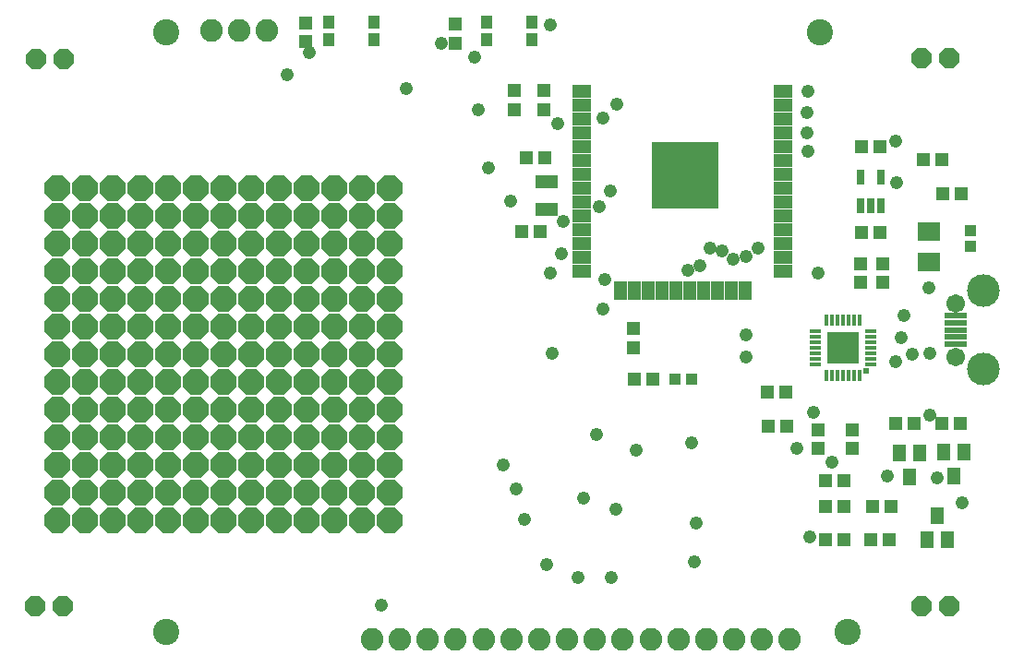
<source format=gts>
G75*
G70*
%OFA0B0*%
%FSLAX24Y24*%
%IPPOS*%
%LPD*%
%AMOC8*
5,1,8,0,0,1.08239X$1,22.5*
%
%ADD10C,0.0946*%
%ADD11R,0.0671X0.0474*%
%ADD12R,0.0474X0.0671*%
%ADD13R,0.2442X0.2442*%
%ADD14R,0.0413X0.0157*%
%ADD15R,0.0197X0.0197*%
%ADD16R,0.1181X0.1181*%
%ADD17R,0.0157X0.0413*%
%ADD18R,0.0297X0.0552*%
%ADD19R,0.0474X0.0513*%
%ADD20R,0.0513X0.0474*%
%ADD21R,0.0789X0.0474*%
%ADD22R,0.0395X0.0395*%
%ADD23R,0.0434X0.0474*%
%ADD24R,0.0789X0.0710*%
%ADD25R,0.0474X0.0631*%
%ADD26OC8,0.0740*%
%ADD27C,0.0820*%
%ADD28OC8,0.0930*%
%ADD29C,0.1182*%
%ADD30C,0.0671*%
%ADD31R,0.0789X0.0237*%
%ADD32C,0.0476*%
D10*
X006056Y001183D03*
X030662Y001183D03*
X029678Y022837D03*
X006056Y022837D03*
D11*
X021058Y020705D03*
X021058Y020205D03*
X021058Y019705D03*
X021058Y019205D03*
X021058Y018705D03*
X021058Y018205D03*
X021058Y017705D03*
X021058Y017205D03*
X021058Y016705D03*
X021058Y016205D03*
X021058Y015705D03*
X021058Y015205D03*
X021058Y014705D03*
X021058Y014205D03*
X028342Y014205D03*
X028342Y014705D03*
X028342Y015205D03*
X028342Y015705D03*
X028342Y016205D03*
X028342Y016705D03*
X028342Y017205D03*
X028342Y017705D03*
X028342Y018205D03*
X028342Y018705D03*
X028342Y019205D03*
X028342Y019705D03*
X028342Y020205D03*
X028342Y020705D03*
D12*
X026956Y013520D03*
X026456Y013520D03*
X025956Y013520D03*
X025456Y013520D03*
X024956Y013520D03*
X024456Y013520D03*
X023956Y013520D03*
X023456Y013520D03*
X022956Y013520D03*
X022456Y013520D03*
D13*
X024818Y017673D03*
D14*
X029506Y012039D03*
X029506Y011842D03*
X029506Y011646D03*
X029506Y011449D03*
X029506Y011252D03*
X029506Y011055D03*
X029506Y010858D03*
X031494Y010858D03*
X031494Y011055D03*
X031494Y011252D03*
X031494Y011449D03*
X031494Y011646D03*
X031494Y011842D03*
X031494Y012039D03*
D15*
X031328Y010621D03*
D16*
X030500Y011449D03*
D17*
X030500Y012443D03*
X030697Y012443D03*
X030894Y012443D03*
X031091Y012443D03*
X030303Y012443D03*
X030106Y012443D03*
X029909Y012443D03*
X029909Y010455D03*
X030106Y010455D03*
X030303Y010455D03*
X030500Y010455D03*
X030697Y010455D03*
X030894Y010455D03*
X031091Y010455D03*
D18*
X031126Y016587D03*
X031500Y016587D03*
X031874Y016587D03*
X031874Y017611D03*
X031126Y017611D03*
D19*
X033415Y018249D03*
X034085Y018249D03*
X034115Y016999D03*
X034785Y016999D03*
X031950Y014483D03*
X031950Y013814D03*
X031150Y013814D03*
X031150Y014483D03*
X028435Y009849D03*
X027765Y009849D03*
X027815Y008599D03*
X028485Y008599D03*
X029865Y006649D03*
X030535Y006649D03*
X030535Y005699D03*
X029865Y005699D03*
X031565Y005699D03*
X032235Y005699D03*
X032185Y004499D03*
X031515Y004499D03*
X030535Y004499D03*
X029865Y004499D03*
X032415Y008699D03*
X033085Y008699D03*
X034065Y008699D03*
X034735Y008699D03*
X023635Y010299D03*
X022965Y010299D03*
X019700Y020064D03*
X019700Y020733D03*
X018650Y020733D03*
X018650Y020064D03*
D20*
X019065Y018299D03*
X019735Y018299D03*
X019585Y015649D03*
X018915Y015649D03*
X022950Y012133D03*
X022950Y011464D03*
X029600Y008483D03*
X029600Y007814D03*
X030850Y007814D03*
X030850Y008483D03*
X031165Y015599D03*
X031835Y015599D03*
X031835Y018699D03*
X031165Y018699D03*
X016500Y022464D03*
X016500Y023133D03*
X011100Y023183D03*
X011100Y022514D03*
D21*
X019800Y017441D03*
X019800Y016457D03*
D22*
X024455Y010299D03*
X025045Y010299D03*
X035100Y015103D03*
X035100Y015694D03*
D23*
X019257Y022584D03*
X019257Y023214D03*
X017643Y023214D03*
X017643Y022584D03*
X013557Y022584D03*
X013557Y023214D03*
X011943Y023214D03*
X011943Y022584D03*
D24*
X033600Y015650D03*
X033600Y014548D03*
D25*
X034126Y007682D03*
X034874Y007682D03*
X034500Y006816D03*
X033274Y007632D03*
X032526Y007632D03*
X032900Y006766D03*
X033900Y005382D03*
X033526Y004516D03*
X034274Y004516D03*
D26*
X001353Y002099D03*
X002353Y002099D03*
X002356Y021896D03*
X001356Y021896D03*
X033341Y021899D03*
X034341Y021899D03*
X034341Y002099D03*
X033341Y002099D03*
D27*
X028581Y000930D03*
X027581Y000930D03*
X026581Y000930D03*
X025569Y000899D03*
X024569Y000899D03*
X023569Y000899D03*
X022552Y000927D03*
X021552Y000927D03*
X020552Y000927D03*
X019529Y000925D03*
X018529Y000925D03*
X017529Y000925D03*
X016500Y000899D03*
X015500Y000899D03*
X014500Y000899D03*
X013500Y000899D03*
X009703Y022899D03*
X008703Y022899D03*
X007703Y022899D03*
D28*
X008150Y017199D03*
X009150Y017199D03*
X010150Y017199D03*
X011150Y017199D03*
X012150Y017199D03*
X013150Y017199D03*
X014150Y017199D03*
X014150Y016199D03*
X013150Y016199D03*
X012150Y016199D03*
X011150Y016199D03*
X010150Y016199D03*
X009150Y016199D03*
X008150Y016199D03*
X007150Y016199D03*
X006150Y016199D03*
X005150Y016199D03*
X004150Y016199D03*
X003150Y016199D03*
X002150Y016199D03*
X002150Y017199D03*
X003150Y017199D03*
X004150Y017199D03*
X005150Y017199D03*
X006150Y017199D03*
X007150Y017199D03*
X007150Y015199D03*
X006150Y015199D03*
X005150Y015199D03*
X004150Y015199D03*
X003150Y015199D03*
X002150Y015199D03*
X002150Y014199D03*
X003150Y014199D03*
X004150Y014199D03*
X005150Y014199D03*
X006150Y014199D03*
X007150Y014199D03*
X008150Y014199D03*
X009150Y014199D03*
X010150Y014199D03*
X011150Y014199D03*
X012150Y014199D03*
X013150Y014199D03*
X014150Y014199D03*
X014150Y015199D03*
X013150Y015199D03*
X012150Y015199D03*
X011150Y015199D03*
X010150Y015199D03*
X009150Y015199D03*
X008150Y015199D03*
X008150Y013199D03*
X009150Y013199D03*
X010150Y013199D03*
X011150Y013199D03*
X012150Y013199D03*
X013150Y013199D03*
X014150Y013199D03*
X014150Y012199D03*
X013150Y012199D03*
X012150Y012199D03*
X011150Y012199D03*
X010150Y012199D03*
X009150Y012199D03*
X008150Y012199D03*
X007150Y012199D03*
X006150Y012199D03*
X005150Y012199D03*
X004150Y012199D03*
X003150Y012199D03*
X002150Y012199D03*
X002150Y011199D03*
X003150Y011199D03*
X004150Y011199D03*
X005150Y011199D03*
X006150Y011199D03*
X007150Y011199D03*
X008150Y011199D03*
X009150Y011199D03*
X010150Y011199D03*
X011150Y011199D03*
X012150Y011199D03*
X013150Y011199D03*
X014150Y011199D03*
X014150Y010199D03*
X013150Y010199D03*
X012150Y010199D03*
X011150Y010199D03*
X010150Y010199D03*
X009150Y010199D03*
X008150Y010199D03*
X007150Y010199D03*
X006150Y010199D03*
X005150Y010199D03*
X004150Y010199D03*
X003150Y010199D03*
X002150Y010199D03*
X002150Y009199D03*
X003150Y009199D03*
X004150Y009199D03*
X005150Y009199D03*
X006150Y009199D03*
X007150Y009199D03*
X008150Y009199D03*
X009150Y009199D03*
X010150Y009199D03*
X011150Y009199D03*
X012150Y009199D03*
X013150Y009199D03*
X014150Y009199D03*
X014150Y008199D03*
X013150Y008199D03*
X012150Y008199D03*
X011150Y008199D03*
X010150Y008199D03*
X009150Y008199D03*
X008150Y008199D03*
X007150Y008199D03*
X006150Y008199D03*
X005150Y008199D03*
X004150Y008199D03*
X003150Y008199D03*
X002150Y008199D03*
X002150Y007199D03*
X003150Y007199D03*
X004150Y007199D03*
X005150Y007199D03*
X006150Y007199D03*
X007150Y007199D03*
X008150Y007199D03*
X009150Y007199D03*
X010150Y007199D03*
X011150Y007199D03*
X012150Y007199D03*
X013150Y007199D03*
X014150Y007199D03*
X014150Y006199D03*
X013150Y006199D03*
X012150Y006199D03*
X011150Y006199D03*
X010150Y006199D03*
X009150Y006199D03*
X008150Y006199D03*
X007150Y006199D03*
X006150Y006199D03*
X005150Y006199D03*
X004150Y006199D03*
X003150Y006199D03*
X002150Y006199D03*
X002150Y005199D03*
X003150Y005199D03*
X004150Y005199D03*
X005150Y005199D03*
X006150Y005199D03*
X007150Y005199D03*
X008150Y005199D03*
X009150Y005199D03*
X010150Y005199D03*
X011150Y005199D03*
X012150Y005199D03*
X013150Y005199D03*
X014150Y005199D03*
X007150Y013199D03*
X006150Y013199D03*
X005150Y013199D03*
X004150Y013199D03*
X003150Y013199D03*
X002150Y013199D03*
D29*
X035583Y013510D03*
X035583Y010675D03*
D30*
X034559Y011128D03*
X034559Y013037D03*
D31*
X034559Y012604D03*
X034559Y012348D03*
X034559Y012092D03*
X034559Y011837D03*
X034559Y011581D03*
D32*
X033650Y011249D03*
X033000Y011199D03*
X032400Y010949D03*
X032600Y011799D03*
X032700Y012599D03*
X033600Y013599D03*
X029600Y014149D03*
X027450Y015049D03*
X027000Y014749D03*
X026550Y014649D03*
X026150Y014949D03*
X025700Y015049D03*
X025350Y014399D03*
X024900Y014249D03*
X021900Y013899D03*
X021850Y012849D03*
X019950Y014149D03*
X020350Y014849D03*
X020400Y015999D03*
X021700Y016549D03*
X022100Y017099D03*
X020200Y019549D03*
X021850Y019749D03*
X022350Y020249D03*
X019950Y023099D03*
X017200Y021949D03*
X016000Y022449D03*
X014750Y020799D03*
X017350Y020049D03*
X017700Y017949D03*
X018500Y016749D03*
X010450Y021299D03*
X011250Y022099D03*
X027000Y011899D03*
X027000Y011099D03*
X029450Y009099D03*
X028850Y007799D03*
X030100Y007299D03*
X032100Y006799D03*
X033900Y006749D03*
X034800Y005849D03*
X033650Y008999D03*
X029300Y004599D03*
X025200Y005099D03*
X025150Y003699D03*
X022150Y003149D03*
X020950Y003149D03*
X019800Y003599D03*
X019000Y005249D03*
X018700Y006349D03*
X018250Y007199D03*
X021150Y005999D03*
X022300Y005599D03*
X023050Y007749D03*
X021600Y008299D03*
X025050Y007999D03*
X020000Y011249D03*
X029250Y018549D03*
X029200Y019199D03*
X029200Y019949D03*
X029250Y020699D03*
X032400Y018899D03*
X032450Y017399D03*
X013850Y002149D03*
M02*

</source>
